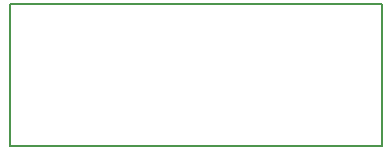
<source format=gbr>
G04 #@! TF.GenerationSoftware,KiCad,Pcbnew,5.0.2-bee76a0~70~ubuntu18.04.1*
G04 #@! TF.CreationDate,2019-12-02T23:30:02+01:00*
G04 #@! TF.ProjectId,current_sense_tli4970,63757272-656e-4745-9f73-656e73655f74,rev?*
G04 #@! TF.SameCoordinates,Original*
G04 #@! TF.FileFunction,Profile,NP*
%FSLAX46Y46*%
G04 Gerber Fmt 4.6, Leading zero omitted, Abs format (unit mm)*
G04 Created by KiCad (PCBNEW 5.0.2-bee76a0~70~ubuntu18.04.1) date Mo 02 Dez 2019 23:30:02 CET*
%MOMM*%
%LPD*%
G01*
G04 APERTURE LIST*
%ADD10C,0.150000*%
G04 APERTURE END LIST*
D10*
X144000000Y-74000000D02*
X175500000Y-74000000D01*
X144000000Y-86000000D02*
X144000000Y-74000000D01*
X175500000Y-86000000D02*
X144000000Y-86000000D01*
X175500000Y-74000000D02*
X175500000Y-86000000D01*
M02*

</source>
